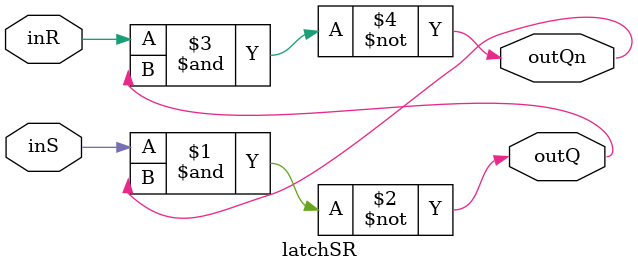
<source format=v>
/* Descripcion de un latch tipo SR*/
module latchSR(inS, inR, outQ, outQn);
  input inS, inR;
  output outQ, outQn;
  wire outQ, outQn;
  nand(outQ, inS, outQn);
  nand(outQn, inR, outQ);
endmodule


</source>
